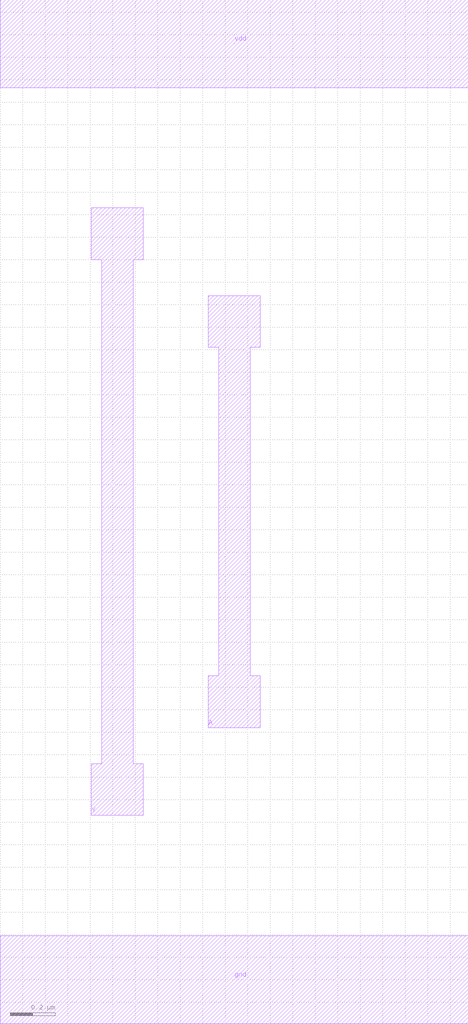
<source format=lef>
MACRO INV
 CLASS CORE ;
 ORIGIN 0.0 0.0 ;
 FOREIGN INV 0.0 0.0 ;
 SYMMETRY X Y R90 ;
 SITE unithd ;
  PIN vdd
   DIRECTION INOUT ;
   USE SIGNAL ;
   SHAPE ABUTMENT ;
    PORT
     CLASS CORE ;
       LAYER met2 ;
        RECT 0.00000000 3.96500000 2.08000000 4.35500000 ;
    END
  END vdd

  PIN gnd
   DIRECTION INOUT ;
   USE SIGNAL ;
   SHAPE ABUTMENT ;
    PORT
     CLASS CORE ;
       LAYER met2 ;
        RECT 0.00000000 -0.19500000 2.08000000 0.19500000 ;
    END
  END gnd

  PIN Y
   DIRECTION INOUT ;
   USE SIGNAL ;
   SHAPE ABUTMENT ;
    PORT
     CLASS CORE ;
       LAYER met2 ;
        POLYGON 0.40500000 0.73000000 0.40500000 0.96000000 0.45000000 0.96000000 0.45000000 3.20000000 0.40500000 3.20000000 0.40500000 3.43000000 0.63500000 3.43000000 0.63500000 3.20000000 0.59000000 3.20000000 0.59000000 0.96000000 0.63500000 0.96000000 0.63500000 0.73000000 ;
    END
  END Y

  PIN A
   DIRECTION INOUT ;
   USE SIGNAL ;
   SHAPE ABUTMENT ;
    PORT
     CLASS CORE ;
       LAYER met2 ;
        POLYGON 0.92500000 1.12000000 0.92500000 1.35000000 0.97000000 1.35000000 0.97000000 2.81000000 0.92500000 2.81000000 0.92500000 3.04000000 1.15500000 3.04000000 1.15500000 2.81000000 1.11000000 2.81000000 1.11000000 1.35000000 1.15500000 1.35000000 1.15500000 1.12000000 ;
    END
  END A


END INV

</source>
